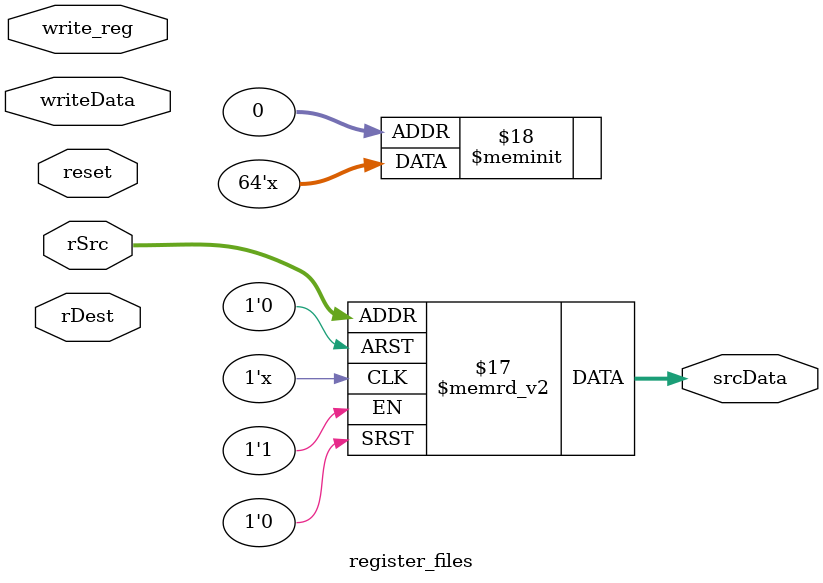
<source format=v>
`timescale 1ns / 1ps

module register_files(
		input [2:0] rSrc,
		input [2:0] rDest,
		input write_reg,
		input [7:0] writeData,
		input reset,
		output reg [7:0] srcData
    );
	 
	 reg [7:0] registers [7:0];
	 integer i;
	 
	 always @ (reset)
	 begin
	if (reset == 1)
	begin
		for(i=0; i<8; i=i+1)
	begin
		if (i %2 == 0)
			registers[i] = 8'b01010101;
		else
			registers[i] = 8'b00001010;
	end
	end
	
	 end
	 
	 always @ (*)
	 begin
	 
	 srcData = registers[rSrc];
	 
    if (write_reg == 1)
		registers[rDest] = writeData;
	 end


endmodule

</source>
